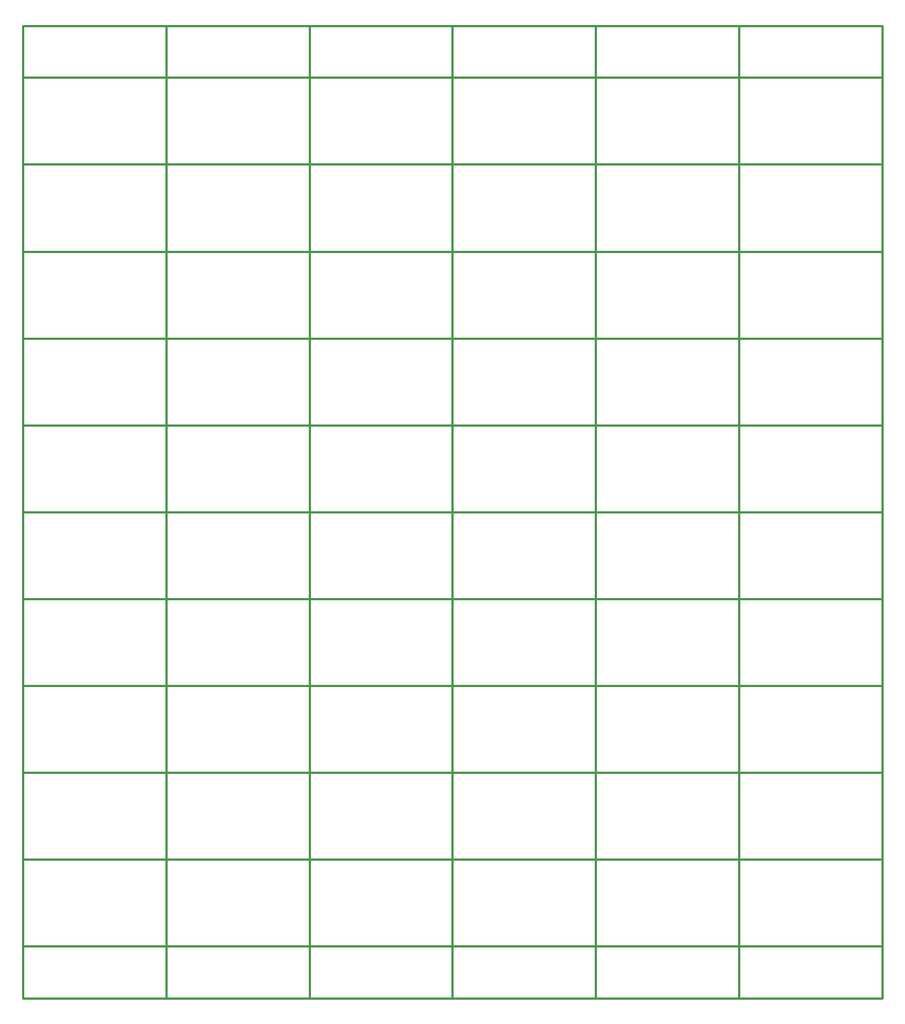
<source format=gko>
G04 Layer: BoardOutlineLayer*
G04 EasyEDA v6.5.29, 2023-07-09 11:22:14*
G04 2a24106116184deab8eff4ddc7d4f531,5a6b42c53f6a479593ecc07194224c93,10*
G04 Gerber Generator version 0.2*
G04 Scale: 100 percent, Rotated: No, Reflected: No *
G04 Dimensions in millimeters *
G04 leading zeros omitted , absolute positions ,4 integer and 5 decimal *
%FSLAX45Y45*%
%MOMM*%

%ADD10C,0.2540*%
D10*
X0Y10012679D02*
G01*
X1649994Y10012679D01*
X1649994Y9012684D01*
X0Y9012684D01*
X0Y10012679D01*
X1649994Y10012679D02*
G01*
X3299988Y10012679D01*
X3299988Y9012684D01*
X1649994Y9012684D01*
X1649994Y10012679D01*
X3299988Y10012679D02*
G01*
X4949982Y10012679D01*
X4949982Y9012684D01*
X3299988Y9012684D01*
X3299988Y10012679D01*
X4949982Y10012679D02*
G01*
X6599976Y10012679D01*
X6599976Y9012684D01*
X4949982Y9012684D01*
X4949982Y10012679D01*
X6599976Y10012679D02*
G01*
X8249970Y10012679D01*
X8249970Y9012684D01*
X6599976Y9012684D01*
X6599976Y10012679D01*
X8249970Y10012679D02*
G01*
X9899964Y10012679D01*
X9899964Y9012684D01*
X8249970Y9012684D01*
X8249970Y10012679D01*
X0Y9012684D02*
G01*
X1649994Y9012684D01*
X1649994Y8012689D01*
X0Y8012689D01*
X0Y9012684D01*
X1649994Y9012684D02*
G01*
X3299988Y9012684D01*
X3299988Y8012689D01*
X1649994Y8012689D01*
X1649994Y9012684D01*
X3299988Y9012684D02*
G01*
X4949982Y9012684D01*
X4949982Y8012689D01*
X3299988Y8012689D01*
X3299988Y9012684D01*
X4949982Y9012684D02*
G01*
X6599976Y9012684D01*
X6599976Y8012689D01*
X4949982Y8012689D01*
X4949982Y9012684D01*
X6599976Y9012684D02*
G01*
X8249970Y9012684D01*
X8249970Y8012689D01*
X6599976Y8012689D01*
X6599976Y9012684D01*
X8249970Y9012684D02*
G01*
X9899964Y9012684D01*
X9899964Y8012689D01*
X8249970Y8012689D01*
X8249970Y9012684D01*
X0Y8012689D02*
G01*
X1649994Y8012689D01*
X1649994Y7012693D01*
X0Y7012693D01*
X0Y8012689D01*
X1649994Y8012689D02*
G01*
X3299988Y8012689D01*
X3299988Y7012693D01*
X1649994Y7012693D01*
X1649994Y8012689D01*
X3299988Y8012689D02*
G01*
X4949982Y8012689D01*
X4949982Y7012693D01*
X3299988Y7012693D01*
X3299988Y8012689D01*
X4949982Y8012689D02*
G01*
X6599976Y8012689D01*
X6599976Y7012693D01*
X4949982Y7012693D01*
X4949982Y8012689D01*
X6599976Y8012689D02*
G01*
X8249970Y8012689D01*
X8249970Y7012693D01*
X6599976Y7012693D01*
X6599976Y8012689D01*
X8249970Y8012689D02*
G01*
X9899964Y8012689D01*
X9899964Y7012693D01*
X8249970Y7012693D01*
X8249970Y8012689D01*
X0Y7012693D02*
G01*
X1649994Y7012693D01*
X1649994Y6012698D01*
X0Y6012698D01*
X0Y7012693D01*
X1649994Y7012693D02*
G01*
X3299988Y7012693D01*
X3299988Y6012698D01*
X1649994Y6012698D01*
X1649994Y7012693D01*
X3299988Y7012693D02*
G01*
X4949982Y7012693D01*
X4949982Y6012698D01*
X3299988Y6012698D01*
X3299988Y7012693D01*
X4949982Y7012693D02*
G01*
X6599976Y7012693D01*
X6599976Y6012698D01*
X4949982Y6012698D01*
X4949982Y7012693D01*
X6599976Y7012693D02*
G01*
X8249970Y7012693D01*
X8249970Y6012698D01*
X6599976Y6012698D01*
X6599976Y7012693D01*
X8249970Y7012693D02*
G01*
X9899964Y7012693D01*
X9899964Y6012698D01*
X8249970Y6012698D01*
X8249970Y7012693D01*
X0Y6012698D02*
G01*
X1649994Y6012698D01*
X1649994Y5012702D01*
X0Y5012702D01*
X0Y6012698D01*
X1649994Y6012698D02*
G01*
X3299988Y6012698D01*
X3299988Y5012702D01*
X1649994Y5012702D01*
X1649994Y6012698D01*
X3299988Y6012698D02*
G01*
X4949982Y6012698D01*
X4949982Y5012702D01*
X3299988Y5012702D01*
X3299988Y6012698D01*
X4949982Y6012698D02*
G01*
X6599976Y6012698D01*
X6599976Y5012702D01*
X4949982Y5012702D01*
X4949982Y6012698D01*
X6599976Y6012698D02*
G01*
X8249970Y6012698D01*
X8249970Y5012702D01*
X6599976Y5012702D01*
X6599976Y6012698D01*
X8249970Y6012698D02*
G01*
X9899964Y6012698D01*
X9899964Y5012702D01*
X8249970Y5012702D01*
X8249970Y6012698D01*
X0Y5012702D02*
G01*
X1649994Y5012702D01*
X1649994Y4012707D01*
X0Y4012707D01*
X0Y5012702D01*
X1649994Y5012702D02*
G01*
X3299988Y5012702D01*
X3299988Y4012707D01*
X1649994Y4012707D01*
X1649994Y5012702D01*
X3299988Y5012702D02*
G01*
X4949982Y5012702D01*
X4949982Y4012707D01*
X3299988Y4012707D01*
X3299988Y5012702D01*
X4949982Y5012702D02*
G01*
X6599976Y5012702D01*
X6599976Y4012707D01*
X4949982Y4012707D01*
X4949982Y5012702D01*
X6599976Y5012702D02*
G01*
X8249970Y5012702D01*
X8249970Y4012707D01*
X6599976Y4012707D01*
X6599976Y5012702D01*
X8249970Y5012702D02*
G01*
X9899964Y5012702D01*
X9899964Y4012707D01*
X8249970Y4012707D01*
X8249970Y5012702D01*
X0Y4012707D02*
G01*
X1649994Y4012707D01*
X1649994Y3012711D01*
X0Y3012711D01*
X0Y4012707D01*
X1649994Y4012707D02*
G01*
X3299988Y4012707D01*
X3299988Y3012711D01*
X1649994Y3012711D01*
X1649994Y4012707D01*
X3299988Y4012707D02*
G01*
X4949982Y4012707D01*
X4949982Y3012711D01*
X3299988Y3012711D01*
X3299988Y4012707D01*
X4949982Y4012707D02*
G01*
X6599976Y4012707D01*
X6599976Y3012711D01*
X4949982Y3012711D01*
X4949982Y4012707D01*
X6599976Y4012707D02*
G01*
X8249970Y4012707D01*
X8249970Y3012711D01*
X6599976Y3012711D01*
X6599976Y4012707D01*
X8249970Y4012707D02*
G01*
X9899964Y4012707D01*
X9899964Y3012711D01*
X8249970Y3012711D01*
X8249970Y4012707D01*
X0Y3012711D02*
G01*
X1649994Y3012711D01*
X1649994Y2012716D01*
X0Y2012716D01*
X0Y3012711D01*
X1649994Y3012711D02*
G01*
X3299988Y3012711D01*
X3299988Y2012716D01*
X1649994Y2012716D01*
X1649994Y3012711D01*
X3299988Y3012711D02*
G01*
X4949982Y3012711D01*
X4949982Y2012716D01*
X3299988Y2012716D01*
X3299988Y3012711D01*
X4949982Y3012711D02*
G01*
X6599976Y3012711D01*
X6599976Y2012716D01*
X4949982Y2012716D01*
X4949982Y3012711D01*
X6599976Y3012711D02*
G01*
X8249970Y3012711D01*
X8249970Y2012716D01*
X6599976Y2012716D01*
X6599976Y3012711D01*
X8249970Y3012711D02*
G01*
X9899964Y3012711D01*
X9899964Y2012716D01*
X8249970Y2012716D01*
X8249970Y3012711D01*
X0Y2012716D02*
G01*
X1649994Y2012716D01*
X1649994Y1012720D01*
X0Y1012720D01*
X0Y2012716D01*
X1649994Y2012716D02*
G01*
X3299988Y2012716D01*
X3299988Y1012720D01*
X1649994Y1012720D01*
X1649994Y2012716D01*
X3299988Y2012716D02*
G01*
X4949982Y2012716D01*
X4949982Y1012720D01*
X3299988Y1012720D01*
X3299988Y2012716D01*
X4949982Y2012716D02*
G01*
X6599976Y2012716D01*
X6599976Y1012720D01*
X4949982Y1012720D01*
X4949982Y2012716D01*
X6599976Y2012716D02*
G01*
X8249970Y2012716D01*
X8249970Y1012720D01*
X6599976Y1012720D01*
X6599976Y2012716D01*
X8249970Y2012716D02*
G01*
X9899964Y2012716D01*
X9899964Y1012720D01*
X8249970Y1012720D01*
X8249970Y2012716D01*
X0Y1012720D02*
G01*
X1649994Y1012720D01*
X1649994Y12725D01*
X0Y12725D01*
X0Y1012720D01*
X1649994Y1012720D02*
G01*
X3299988Y1012720D01*
X3299988Y12725D01*
X1649994Y12725D01*
X1649994Y1012720D01*
X3299988Y1012720D02*
G01*
X4949982Y1012720D01*
X4949982Y12725D01*
X3299988Y12725D01*
X3299988Y1012720D01*
X4949982Y1012720D02*
G01*
X6599976Y1012720D01*
X6599976Y12725D01*
X4949982Y12725D01*
X4949982Y1012720D01*
X6599976Y1012720D02*
G01*
X8249970Y1012720D01*
X8249970Y12725D01*
X6599976Y12725D01*
X6599976Y1012720D01*
X8249970Y1012720D02*
G01*
X9899964Y1012720D01*
X9899964Y12725D01*
X8249970Y12725D01*
X8249970Y1012720D01*
X0Y10612677D02*
G01*
X9899972Y10612677D01*
X9899972Y-587267D01*
X0Y-587267D01*
X0Y10612677D01*
X0Y9012684D02*
G01*
X9899972Y9012684D01*
X0Y9012684D02*
G01*
X9899972Y9012684D01*
X0Y8012689D02*
G01*
X9899972Y8012689D01*
X0Y8012689D02*
G01*
X9899972Y8012689D01*
X0Y7012693D02*
G01*
X9899972Y7012693D01*
X0Y7012693D02*
G01*
X9899972Y7012693D01*
X0Y6012700D02*
G01*
X9899972Y6012700D01*
X0Y6012700D02*
G01*
X9899972Y6012700D01*
X0Y5012705D02*
G01*
X9899972Y5012705D01*
X0Y5012705D02*
G01*
X9899972Y5012705D01*
X0Y4012709D02*
G01*
X9899972Y4012709D01*
X0Y4012709D02*
G01*
X9899972Y4012709D01*
X0Y3012714D02*
G01*
X9899972Y3012714D01*
X0Y3012714D02*
G01*
X9899972Y3012714D01*
X0Y2012721D02*
G01*
X9899972Y2012721D01*
X0Y2012721D02*
G01*
X9899972Y2012721D01*
X0Y1012725D02*
G01*
X9899972Y1012725D01*
X0Y1012725D02*
G01*
X9899972Y1012725D01*
X0Y10012678D02*
G01*
X9899972Y10012678D01*
X0Y12731D02*
G01*
X9899972Y12731D01*
X1649994Y10612677D02*
G01*
X1649994Y-587267D01*
X1649994Y10612677D02*
G01*
X1649994Y-587267D01*
X3299990Y10612677D02*
G01*
X3299990Y-587267D01*
X3299990Y10612677D02*
G01*
X3299990Y-587267D01*
X4949985Y10612677D02*
G01*
X4949985Y-587267D01*
X4949985Y10612677D02*
G01*
X4949985Y-587267D01*
X6599981Y10612677D02*
G01*
X6599981Y-587267D01*
X6599981Y10612677D02*
G01*
X6599981Y-587267D01*
X8249975Y10612677D02*
G01*
X8249975Y-587267D01*
X8249975Y10612677D02*
G01*
X8249975Y-587267D01*

%LPD*%
M02*

</source>
